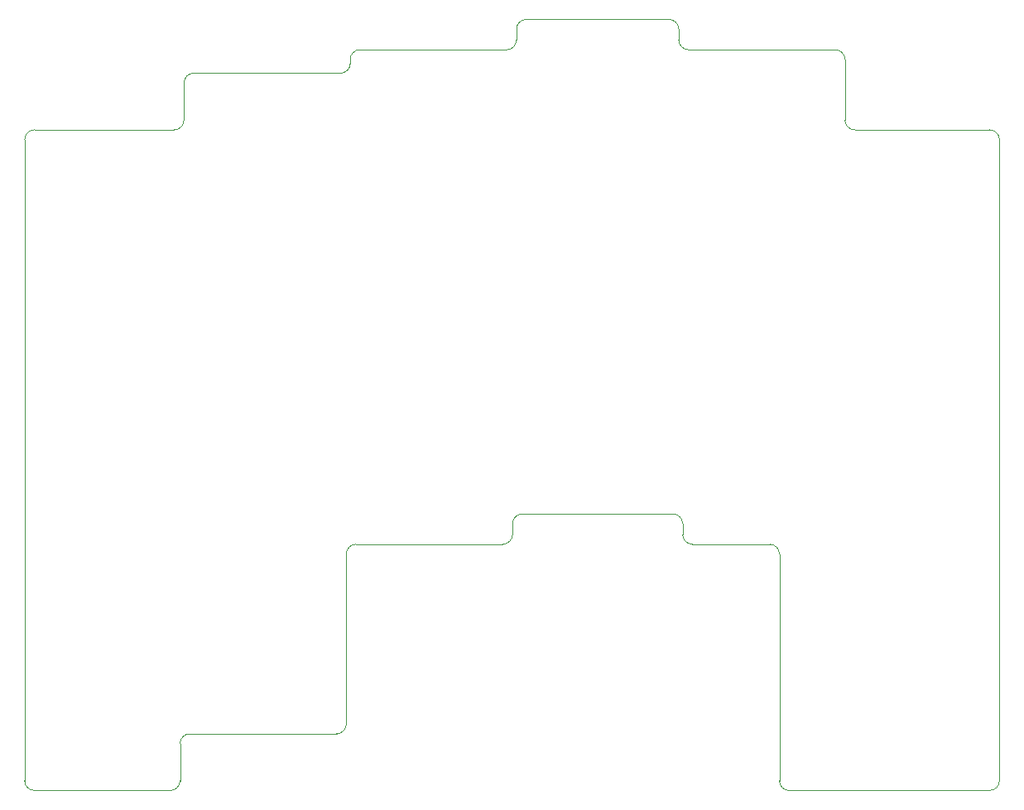
<source format=gbr>
G04 #@! TF.GenerationSoftware,KiCad,Pcbnew,9.0.0*
G04 #@! TF.CreationDate,2025-03-30T21:58:58+09:00*
G04 #@! TF.ProjectId,nofy,6e6f6679-2e6b-4696-9361-645f70636258,rev?*
G04 #@! TF.SameCoordinates,Original*
G04 #@! TF.FileFunction,Profile,NP*
%FSLAX46Y46*%
G04 Gerber Fmt 4.6, Leading zero omitted, Abs format (unit mm)*
G04 Created by KiCad (PCBNEW 9.0.0) date 2025-03-30 21:58:58*
%MOMM*%
%LPD*%
G01*
G04 APERTURE LIST*
G04 #@! TA.AperFunction,Profile*
%ADD10C,0.050000*%
G04 #@! TD*
G04 APERTURE END LIST*
D10*
X50573500Y-19733000D02*
G75*
G02*
X49573500Y-20733000I-1000000J0D01*
G01*
X83573500Y-65833000D02*
G75*
G02*
X84573500Y-66833000I0J-1000000D01*
G01*
X17273500Y-27533000D02*
X17273500Y-93133000D01*
X67573500Y-16233000D02*
G75*
G02*
X68573500Y-15233000I1000000J0D01*
G01*
X67173500Y-66833000D02*
G75*
G02*
X68173500Y-65833000I1000000J0D01*
G01*
X95473500Y-94133000D02*
X115973500Y-94133000D01*
X33173500Y-93133000D02*
G75*
G02*
X32173500Y-94133000I-1000000J0D01*
G01*
X67573500Y-17333000D02*
G75*
G02*
X66573500Y-18333000I-1000000J0D01*
G01*
X102173500Y-26532993D02*
G75*
G02*
X101173507Y-25532993I0J999993D01*
G01*
X33173500Y-93133000D02*
X33173500Y-89333000D01*
X67573500Y-16233000D02*
X67573500Y-17333000D01*
X94473500Y-69933000D02*
X94473500Y-93133000D01*
X50173500Y-69933000D02*
G75*
G02*
X51173500Y-68933000I1000000J0D01*
G01*
X83173500Y-15233000D02*
X68573500Y-15233000D01*
X100173500Y-18333000D02*
X85173500Y-18333000D01*
X93473500Y-68933000D02*
G75*
G02*
X94473500Y-69933000I0J-1000000D01*
G01*
X67173500Y-67933000D02*
X67173500Y-66833000D01*
X85573500Y-68933000D02*
X93473500Y-68933000D01*
X85173500Y-18333000D02*
G75*
G02*
X84173500Y-17333000I0J1000000D01*
G01*
X51173500Y-68933000D02*
X66173500Y-68933000D01*
X66573500Y-18333000D02*
X51573500Y-18333000D01*
X67173500Y-67933000D02*
G75*
G02*
X66173500Y-68933000I-1000000J0D01*
G01*
X100173500Y-18333000D02*
G75*
G02*
X101173500Y-19333000I0J-1000000D01*
G01*
X33573500Y-21733000D02*
G75*
G02*
X34573500Y-20733000I1000000J0D01*
G01*
X18273500Y-94133000D02*
G75*
G02*
X17273500Y-93133000I0J1000000D01*
G01*
X68173500Y-65833000D02*
X83573500Y-65833000D01*
X85573500Y-68933000D02*
G75*
G02*
X84573500Y-67933000I0J1000000D01*
G01*
X18273500Y-94133000D02*
X32173500Y-94133000D01*
X17273500Y-27533000D02*
G75*
G02*
X18273500Y-26533000I1000000J0D01*
G01*
X33573500Y-25533000D02*
X33573500Y-21733000D01*
X32573500Y-26533000D02*
X18273500Y-26533000D01*
X83173500Y-15233000D02*
G75*
G02*
X84173500Y-16233000I0J-1000000D01*
G01*
X84573500Y-66833000D02*
X84573500Y-67933000D01*
X116973500Y-93133000D02*
X116973500Y-27533000D01*
X95473500Y-94133000D02*
G75*
G02*
X94473500Y-93133000I0J1000000D01*
G01*
X34173500Y-88333000D02*
X49173500Y-88333000D01*
X84173500Y-17333000D02*
X84173500Y-16233000D01*
X49573500Y-20733000D02*
X34573500Y-20733000D01*
X50173500Y-87333000D02*
X50173500Y-69933000D01*
X101173500Y-25532993D02*
X101173500Y-19333000D01*
X115973500Y-26533000D02*
G75*
G02*
X116973500Y-27533000I0J-1000000D01*
G01*
X33573500Y-25533000D02*
G75*
G02*
X32573500Y-26533000I-1000000J0D01*
G01*
X33173500Y-89333000D02*
G75*
G02*
X34173500Y-88333000I1000000J0D01*
G01*
X50573500Y-19333000D02*
X50573500Y-19733000D01*
X50573500Y-19333000D02*
G75*
G02*
X51573500Y-18333000I1000000J0D01*
G01*
X50173500Y-87333000D02*
G75*
G02*
X49173500Y-88333000I-1000000J0D01*
G01*
X115973500Y-26533000D02*
X102173500Y-26532993D01*
X116973500Y-93133000D02*
G75*
G02*
X115973500Y-94133000I-1000000J0D01*
G01*
M02*

</source>
